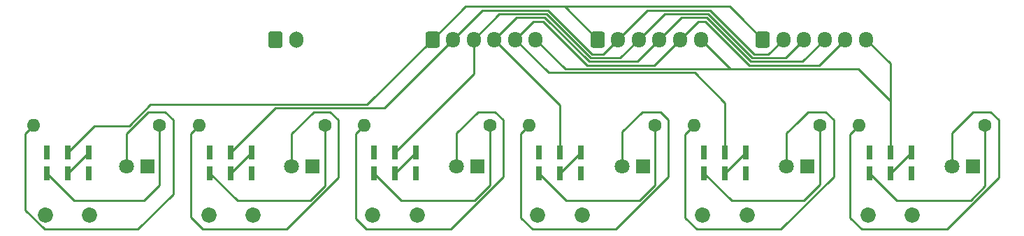
<source format=gbr>
%TF.GenerationSoftware,KiCad,Pcbnew,7.0.8*%
%TF.CreationDate,2024-02-13T18:25:50+01:00*%
%TF.ProjectId,BlankingRelay_Top2,426c616e-6b69-46e6-9752-656c61795f54,rev?*%
%TF.SameCoordinates,Original*%
%TF.FileFunction,Copper,L1,Top*%
%TF.FilePolarity,Positive*%
%FSLAX46Y46*%
G04 Gerber Fmt 4.6, Leading zero omitted, Abs format (unit mm)*
G04 Created by KiCad (PCBNEW 7.0.8) date 2024-02-13 18:25:50*
%MOMM*%
%LPD*%
G01*
G04 APERTURE LIST*
G04 Aperture macros list*
%AMRoundRect*
0 Rectangle with rounded corners*
0 $1 Rounding radius*
0 $2 $3 $4 $5 $6 $7 $8 $9 X,Y pos of 4 corners*
0 Add a 4 corners polygon primitive as box body*
4,1,4,$2,$3,$4,$5,$6,$7,$8,$9,$2,$3,0*
0 Add four circle primitives for the rounded corners*
1,1,$1+$1,$2,$3*
1,1,$1+$1,$4,$5*
1,1,$1+$1,$6,$7*
1,1,$1+$1,$8,$9*
0 Add four rect primitives between the rounded corners*
20,1,$1+$1,$2,$3,$4,$5,0*
20,1,$1+$1,$4,$5,$6,$7,0*
20,1,$1+$1,$6,$7,$8,$9,0*
20,1,$1+$1,$8,$9,$2,$3,0*%
G04 Aperture macros list end*
%TA.AperFunction,ComponentPad*%
%ADD10RoundRect,0.250000X-0.600000X-0.725000X0.600000X-0.725000X0.600000X0.725000X-0.600000X0.725000X0*%
%TD*%
%TA.AperFunction,ComponentPad*%
%ADD11O,1.700000X1.950000*%
%TD*%
%TA.AperFunction,ComponentPad*%
%ADD12RoundRect,0.250000X-0.600000X-0.750000X0.600000X-0.750000X0.600000X0.750000X-0.600000X0.750000X0*%
%TD*%
%TA.AperFunction,ComponentPad*%
%ADD13O,1.700000X2.000000*%
%TD*%
%TA.AperFunction,ComponentPad*%
%ADD14C,1.850000*%
%TD*%
%TA.AperFunction,ComponentPad*%
%ADD15R,0.750000X1.750000*%
%TD*%
%TA.AperFunction,ComponentPad*%
%ADD16C,1.600000*%
%TD*%
%TA.AperFunction,ComponentPad*%
%ADD17O,1.600000X1.600000*%
%TD*%
%TA.AperFunction,ComponentPad*%
%ADD18R,1.800000X1.800000*%
%TD*%
%TA.AperFunction,ComponentPad*%
%ADD19C,1.800000*%
%TD*%
%TA.AperFunction,Conductor*%
%ADD20C,0.250000*%
%TD*%
G04 APERTURE END LIST*
D10*
%TO.P,J9,1,Pin_1*%
%TO.N,On_1*%
X120000000Y-54500000D03*
D11*
%TO.P,J9,2,Pin_2*%
%TO.N,On_2*%
X122500000Y-54500000D03*
%TO.P,J9,3,Pin_3*%
%TO.N,On_3*%
X125000000Y-54500000D03*
%TO.P,J9,4,Pin_4*%
%TO.N,On_4*%
X127500000Y-54500000D03*
%TO.P,J9,5,Pin_5*%
%TO.N,On_5*%
X130000000Y-54500000D03*
%TO.P,J9,6,Pin_6*%
%TO.N,On_6*%
X132500000Y-54500000D03*
%TD*%
D10*
%TO.P,J10,1,Pin_1*%
%TO.N,On_1*%
X140000000Y-54500000D03*
D11*
%TO.P,J10,2,Pin_2*%
%TO.N,On_2*%
X142500000Y-54500000D03*
%TO.P,J10,3,Pin_3*%
%TO.N,On_3*%
X145000000Y-54500000D03*
%TO.P,J10,4,Pin_4*%
%TO.N,On_4*%
X147500000Y-54500000D03*
%TO.P,J10,5,Pin_5*%
%TO.N,On_5*%
X150000000Y-54500000D03*
%TO.P,J10,6,Pin_6*%
%TO.N,On_6*%
X152500000Y-54500000D03*
%TD*%
D10*
%TO.P,J8,1,Pin_1*%
%TO.N,On_1*%
X100000000Y-54500000D03*
D11*
%TO.P,J8,2,Pin_2*%
%TO.N,On_2*%
X102500000Y-54500000D03*
%TO.P,J8,3,Pin_3*%
%TO.N,On_3*%
X105000000Y-54500000D03*
%TO.P,J8,4,Pin_4*%
%TO.N,On_4*%
X107500000Y-54500000D03*
%TO.P,J8,5,Pin_5*%
%TO.N,On_5*%
X110000000Y-54500000D03*
%TO.P,J8,6,Pin_6*%
%TO.N,On_6*%
X112500000Y-54500000D03*
%TD*%
D12*
%TO.P,J1,1,Pin_1*%
%TO.N,5V*%
X81000000Y-54500000D03*
D13*
%TO.P,J1,2,Pin_2*%
%TO.N,GNDREF*%
X83500000Y-54500000D03*
%TD*%
D14*
%TO.P,Switch6,*%
%TO.N,*%
X152750000Y-75850000D03*
X158150000Y-75850000D03*
D15*
%TO.P,Switch6,1,A*%
%TO.N,GNDREF*%
X152910000Y-68230000D03*
%TO.P,Switch6,2,B*%
%TO.N,On_6*%
X155450000Y-68230000D03*
%TO.P,Switch6,3,C*%
%TO.N,5V*%
X157990000Y-68230000D03*
%TO.P,Switch6,4,A*%
%TO.N,Net-(R6-Pad1)*%
X152910000Y-70770000D03*
%TO.P,Switch6,5,B*%
%TO.N,5V*%
X155450000Y-70770000D03*
%TO.P,Switch6,6,C*%
%TO.N,unconnected-(Switch6-C-Pad6)*%
X157990000Y-70770000D03*
%TD*%
D16*
%TO.P,R3,1*%
%TO.N,Net-(R3-Pad1)*%
X106950000Y-64950000D03*
D17*
%TO.P,R3,2*%
%TO.N,Net-(D3-A)*%
X91710000Y-64950000D03*
%TD*%
D18*
%TO.P,D2,1,K*%
%TO.N,GNDREF*%
X85450000Y-69950000D03*
D19*
%TO.P,D2,2,A*%
%TO.N,Net-(D2-A)*%
X82910000Y-69950000D03*
%TD*%
D16*
%TO.P,R2,1*%
%TO.N,Net-(R2-Pad1)*%
X86950000Y-64950000D03*
D17*
%TO.P,R2,2*%
%TO.N,Net-(D2-A)*%
X71710000Y-64950000D03*
%TD*%
D14*
%TO.P,Switch1,*%
%TO.N,*%
X53100000Y-75850000D03*
X58500000Y-75850000D03*
D15*
%TO.P,Switch1,1,A*%
%TO.N,GNDREF*%
X53260000Y-68230000D03*
%TO.P,Switch1,2,B*%
%TO.N,On_1*%
X55800000Y-68230000D03*
%TO.P,Switch1,3,C*%
%TO.N,5V*%
X58340000Y-68230000D03*
%TO.P,Switch1,4,A*%
%TO.N,Net-(R1-Pad1)*%
X53260000Y-70770000D03*
%TO.P,Switch1,5,B*%
%TO.N,5V*%
X55800000Y-70770000D03*
%TO.P,Switch1,6,C*%
%TO.N,unconnected-(Switch1-C-Pad6)*%
X58340000Y-70770000D03*
%TD*%
D16*
%TO.P,R4,1*%
%TO.N,Net-(R4-Pad1)*%
X126950000Y-64950000D03*
D17*
%TO.P,R4,2*%
%TO.N,Net-(D4-A)*%
X111710000Y-64950000D03*
%TD*%
D18*
%TO.P,D1,1,K*%
%TO.N,GNDREF*%
X65450000Y-69950000D03*
D19*
%TO.P,D1,2,A*%
%TO.N,Net-(D1-A)*%
X62910000Y-69950000D03*
%TD*%
D18*
%TO.P,D3,1,K*%
%TO.N,GNDREF*%
X105450000Y-69950000D03*
D19*
%TO.P,D3,2,A*%
%TO.N,Net-(D3-A)*%
X102910000Y-69950000D03*
%TD*%
D18*
%TO.P,D6,1,K*%
%TO.N,GNDREF*%
X165450000Y-69950000D03*
D19*
%TO.P,D6,2,A*%
%TO.N,Net-(D6-A)*%
X162910000Y-69950000D03*
%TD*%
D14*
%TO.P,Switch4,*%
%TO.N,*%
X112750000Y-75850000D03*
X118150000Y-75850000D03*
D15*
%TO.P,Switch4,1,A*%
%TO.N,GNDREF*%
X112910000Y-68230000D03*
%TO.P,Switch4,2,B*%
%TO.N,On_4*%
X115450000Y-68230000D03*
%TO.P,Switch4,3,C*%
%TO.N,5V*%
X117990000Y-68230000D03*
%TO.P,Switch4,4,A*%
%TO.N,Net-(R4-Pad1)*%
X112910000Y-70770000D03*
%TO.P,Switch4,5,B*%
%TO.N,5V*%
X115450000Y-70770000D03*
%TO.P,Switch4,6,C*%
%TO.N,unconnected-(Switch4-C-Pad6)*%
X117990000Y-70770000D03*
%TD*%
D16*
%TO.P,R6,1*%
%TO.N,Net-(R6-Pad1)*%
X166950000Y-64950000D03*
D17*
%TO.P,R6,2*%
%TO.N,Net-(D6-A)*%
X151710000Y-64950000D03*
%TD*%
D18*
%TO.P,D4,1,K*%
%TO.N,GNDREF*%
X125500000Y-69950000D03*
D19*
%TO.P,D4,2,A*%
%TO.N,Net-(D4-A)*%
X122960000Y-69950000D03*
%TD*%
D14*
%TO.P,Switch5,*%
%TO.N,*%
X132750000Y-75850000D03*
X138150000Y-75850000D03*
D15*
%TO.P,Switch5,1,A*%
%TO.N,GNDREF*%
X132910000Y-68230000D03*
%TO.P,Switch5,2,B*%
%TO.N,On_5*%
X135450000Y-68230000D03*
%TO.P,Switch5,3,C*%
%TO.N,5V*%
X137990000Y-68230000D03*
%TO.P,Switch5,4,A*%
%TO.N,Net-(R5-Pad1)*%
X132910000Y-70770000D03*
%TO.P,Switch5,5,B*%
%TO.N,5V*%
X135450000Y-70770000D03*
%TO.P,Switch5,6,C*%
%TO.N,unconnected-(Switch5-C-Pad6)*%
X137990000Y-70770000D03*
%TD*%
D14*
%TO.P,Switch2,*%
%TO.N,*%
X72900000Y-75850000D03*
X78300000Y-75850000D03*
D15*
%TO.P,Switch2,1,A*%
%TO.N,GNDREF*%
X73060000Y-68230000D03*
%TO.P,Switch2,2,B*%
%TO.N,On_2*%
X75600000Y-68230000D03*
%TO.P,Switch2,3,C*%
%TO.N,5V*%
X78140000Y-68230000D03*
%TO.P,Switch2,4,A*%
%TO.N,Net-(R2-Pad1)*%
X73060000Y-70770000D03*
%TO.P,Switch2,5,B*%
%TO.N,5V*%
X75600000Y-70770000D03*
%TO.P,Switch2,6,C*%
%TO.N,unconnected-(Switch2-C-Pad6)*%
X78140000Y-70770000D03*
%TD*%
D16*
%TO.P,R5,1*%
%TO.N,Net-(R5-Pad1)*%
X146950000Y-64950000D03*
D17*
%TO.P,R5,2*%
%TO.N,Net-(D5-A)*%
X131710000Y-64950000D03*
%TD*%
D16*
%TO.P,R1,1*%
%TO.N,Net-(R1-Pad1)*%
X66950000Y-64950000D03*
D17*
%TO.P,R1,2*%
%TO.N,Net-(D1-A)*%
X51710000Y-64950000D03*
%TD*%
D14*
%TO.P,Switch3,*%
%TO.N,*%
X92750000Y-75850000D03*
X98150000Y-75850000D03*
D15*
%TO.P,Switch3,1,A*%
%TO.N,GNDREF*%
X92910000Y-68230000D03*
%TO.P,Switch3,2,B*%
%TO.N,On_3*%
X95450000Y-68230000D03*
%TO.P,Switch3,3,C*%
%TO.N,5V*%
X97990000Y-68230000D03*
%TO.P,Switch3,4,A*%
%TO.N,Net-(R3-Pad1)*%
X92910000Y-70770000D03*
%TO.P,Switch3,5,B*%
%TO.N,5V*%
X95450000Y-70770000D03*
%TO.P,Switch3,6,C*%
%TO.N,unconnected-(Switch3-C-Pad6)*%
X97990000Y-70770000D03*
%TD*%
D18*
%TO.P,D5,1,K*%
%TO.N,GNDREF*%
X145450000Y-69950000D03*
D19*
%TO.P,D5,2,A*%
%TO.N,Net-(D5-A)*%
X142910000Y-69950000D03*
%TD*%
D20*
%TO.N,On_2*%
X94150000Y-62850000D02*
X102500000Y-54500000D01*
X80980000Y-62850000D02*
X94150000Y-62850000D01*
X75600000Y-68230000D02*
X80980000Y-62850000D01*
%TO.N,On_1*%
X115125000Y-50500000D02*
X133150000Y-50500000D01*
X133150000Y-50500000D02*
X133375000Y-50500000D01*
X132300000Y-50500000D02*
X133150000Y-50500000D01*
X115125000Y-50500000D02*
X113250000Y-50500000D01*
X116000000Y-50500000D02*
X115125000Y-50500000D01*
X120000000Y-54500000D02*
X116000000Y-50500000D01*
X110325000Y-50500000D02*
X113250000Y-50500000D01*
%TO.N,On_2*%
X126050000Y-50950000D02*
X129075000Y-50950000D01*
X122500000Y-54500000D02*
X126050000Y-50950000D01*
X129075000Y-50950000D02*
X127200000Y-50950000D01*
X133600000Y-50950000D02*
X129075000Y-50950000D01*
X120700000Y-56300000D02*
X122500000Y-54500000D01*
X119334188Y-56300000D02*
X120700000Y-56300000D01*
X113984188Y-50950000D02*
X119334188Y-56300000D01*
X112300000Y-50950000D02*
X113984188Y-50950000D01*
X106050000Y-50950000D02*
X112300000Y-50950000D01*
%TO.N,On_3*%
X125000000Y-54500000D02*
X128100000Y-51400000D01*
X128100000Y-51400000D02*
X129950000Y-51400000D01*
X133413604Y-51400000D02*
X129950000Y-51400000D01*
X122750000Y-56750000D02*
X125000000Y-54500000D01*
X113797792Y-51400000D02*
X119147792Y-56750000D01*
X112900000Y-51400000D02*
X113797792Y-51400000D01*
X119147792Y-56750000D02*
X122750000Y-56750000D01*
X108100000Y-51400000D02*
X112900000Y-51400000D01*
%TO.N,On_4*%
X138577208Y-57200000D02*
X140075000Y-57200000D01*
X130150000Y-51850000D02*
X133227208Y-51850000D01*
X133227208Y-51850000D02*
X138577208Y-57200000D01*
X127500000Y-54500000D02*
X130150000Y-51850000D01*
X124800000Y-57200000D02*
X127500000Y-54500000D01*
X118961396Y-57200000D02*
X124800000Y-57200000D01*
X113611396Y-51850000D02*
X118961396Y-57200000D01*
X112975000Y-51850000D02*
X113611396Y-51850000D01*
X110150000Y-51850000D02*
X112975000Y-51850000D01*
%TO.N,On_5*%
X132200000Y-52300000D02*
X133040812Y-52300000D01*
X130000000Y-54500000D02*
X132200000Y-52300000D01*
X118775000Y-57650000D02*
X113425000Y-52300000D01*
X126850000Y-57650000D02*
X118775000Y-57650000D01*
X112200000Y-52300000D02*
X113425000Y-52300000D01*
%TO.N,On_1*%
X92100000Y-62400000D02*
X100000000Y-54500000D01*
X65863604Y-62400000D02*
X92100000Y-62400000D01*
X63263604Y-65000000D02*
X65863604Y-62400000D01*
X60700000Y-65000000D02*
X63263604Y-65000000D01*
%TO.N,On_3*%
X105000000Y-58680000D02*
X95450000Y-68230000D01*
X105000000Y-54500000D02*
X105000000Y-58680000D01*
%TO.N,On_5*%
X135450000Y-62200000D02*
X135450000Y-68230000D01*
X131800000Y-58550000D02*
X135450000Y-62200000D01*
X114050000Y-58550000D02*
X131800000Y-58550000D01*
X110000000Y-54500000D02*
X114050000Y-58550000D01*
%TO.N,On_4*%
X107500000Y-54500000D02*
X115450000Y-62450000D01*
X115450000Y-68230000D02*
X115450000Y-63075000D01*
X115450000Y-62450000D02*
X115450000Y-63075000D01*
%TO.N,On_6*%
X129200000Y-58100000D02*
X128700000Y-58100000D01*
X112500000Y-54500000D02*
X116100000Y-58100000D01*
X116100000Y-58100000D02*
X129200000Y-58100000D01*
X138575000Y-58100000D02*
X129200000Y-58100000D01*
%TO.N,On_5*%
X138375000Y-57650000D02*
X146850000Y-57650000D01*
X136100000Y-55375000D02*
X138375000Y-57650000D01*
X136100000Y-55359188D02*
X136100000Y-55375000D01*
X146850000Y-57650000D02*
X150000000Y-54500000D01*
X110000000Y-54500000D02*
X112200000Y-52300000D01*
X133040812Y-52300000D02*
X136100000Y-55359188D01*
%TO.N,On_4*%
X107500000Y-54500000D02*
X110150000Y-51850000D01*
%TO.N,On_3*%
X105000000Y-54500000D02*
X108100000Y-51400000D01*
%TO.N,On_2*%
X102500000Y-54500000D02*
X106050000Y-50950000D01*
%TO.N,On_1*%
X104000000Y-50500000D02*
X110325000Y-50500000D01*
X100000000Y-54500000D02*
X104000000Y-50500000D01*
X109900000Y-50500000D02*
X110325000Y-50500000D01*
%TO.N,On_5*%
X126850000Y-57650000D02*
X130000000Y-54500000D01*
%TO.N,On_6*%
X136100000Y-58100000D02*
X138575000Y-58100000D01*
X148300000Y-58100000D02*
X138575000Y-58100000D01*
X132500000Y-54500000D02*
X136100000Y-58100000D01*
%TO.N,On_3*%
X140250000Y-56750000D02*
X138763604Y-56750000D01*
X140250000Y-56750000D02*
X142750000Y-56750000D01*
X138763604Y-56750000D02*
X133413604Y-51400000D01*
%TO.N,On_2*%
X127200000Y-50950000D02*
X128650000Y-50950000D01*
X138950000Y-56300000D02*
X140700000Y-56300000D01*
X138950000Y-56300000D02*
X133600000Y-50950000D01*
%TO.N,On_1*%
X136000000Y-50500000D02*
X132300000Y-50500000D01*
X137350000Y-51850000D02*
X136000000Y-50500000D01*
X137350000Y-51850000D02*
X136650000Y-51150000D01*
X140000000Y-54500000D02*
X137350000Y-51850000D01*
X133375000Y-50500000D02*
X133475000Y-50500000D01*
X133475000Y-50500000D02*
X134300000Y-50500000D01*
%TO.N,On_2*%
X140700000Y-56300000D02*
X142500000Y-54500000D01*
%TO.N,On_3*%
X142750000Y-56750000D02*
X145000000Y-54500000D01*
%TO.N,On_4*%
X144800000Y-57200000D02*
X147500000Y-54500000D01*
X140075000Y-57200000D02*
X141300000Y-57200000D01*
X140075000Y-57200000D02*
X144800000Y-57200000D01*
%TO.N,On_6*%
X155450000Y-61950000D02*
X155450000Y-62550000D01*
X151600000Y-58100000D02*
X155450000Y-61950000D01*
X155450000Y-57450000D02*
X155450000Y-62550000D01*
X152500000Y-54500000D02*
X155450000Y-57450000D01*
X155450000Y-68230000D02*
X155450000Y-62550000D01*
%TO.N,5V*%
X155450000Y-70770000D02*
X157990000Y-68230000D01*
X135450000Y-70770000D02*
X137990000Y-68230000D01*
X115450000Y-70770000D02*
X117990000Y-68230000D01*
X95450000Y-70770000D02*
X97990000Y-68230000D01*
X75600000Y-70770000D02*
X78140000Y-68230000D01*
X55800000Y-70770000D02*
X58340000Y-68230000D01*
%TO.N,On_1*%
X59030000Y-65000000D02*
X59925000Y-65000000D01*
X55800000Y-68230000D02*
X59030000Y-65000000D01*
X59925000Y-65000000D02*
X60700000Y-65000000D01*
X60700000Y-65000000D02*
X61300000Y-65000000D01*
X109900000Y-50500000D02*
X111300000Y-50500000D01*
%TO.N,On_6*%
X150600000Y-58100000D02*
X148300000Y-58100000D01*
X128700000Y-58100000D02*
X128600000Y-58100000D01*
X148300000Y-58100000D02*
X151600000Y-58100000D01*
%TO.N,Net-(D1-A)*%
X65600000Y-63300000D02*
X62910000Y-65990000D01*
X50700000Y-75288478D02*
X53011522Y-77600000D01*
X64300000Y-77600000D02*
X68600000Y-73300000D01*
X68600000Y-64300000D02*
X67600000Y-63300000D01*
X51710000Y-64950000D02*
X50700000Y-65960000D01*
X68600000Y-73300000D02*
X68600000Y-64300000D01*
X50700000Y-65960000D02*
X50700000Y-75288478D01*
X62910000Y-65990000D02*
X62910000Y-69950000D01*
X53011522Y-77600000D02*
X64300000Y-77600000D01*
X67600000Y-63300000D02*
X65600000Y-63300000D01*
%TO.N,Net-(D2-A)*%
X82910000Y-69950000D02*
X82910000Y-68100000D01*
X70700000Y-76100000D02*
X72200000Y-77600000D01*
X82910000Y-67010000D02*
X82900000Y-67000000D01*
X70700000Y-65960000D02*
X70700000Y-76100000D01*
X82910000Y-65990000D02*
X82910000Y-68100000D01*
X82336396Y-77600000D02*
X88600000Y-71336396D01*
X88600000Y-64300000D02*
X87600000Y-63300000D01*
X82910000Y-68100000D02*
X82910000Y-67010000D01*
X87600000Y-63300000D02*
X85600000Y-63300000D01*
X88600000Y-71336396D02*
X88600000Y-64300000D01*
X71710000Y-64950000D02*
X70700000Y-65960000D01*
X72200000Y-77600000D02*
X82336396Y-77600000D01*
X85600000Y-63300000D02*
X82910000Y-65990000D01*
%TO.N,Net-(D3-A)*%
X90700000Y-65960000D02*
X90700000Y-76300000D01*
X91710000Y-64950000D02*
X90700000Y-65960000D01*
X107600000Y-63300000D02*
X105500000Y-63300000D01*
X105500000Y-63300000D02*
X102900000Y-65900000D01*
X102900000Y-67500000D02*
X102910000Y-67510000D01*
X102910000Y-67510000D02*
X102910000Y-69950000D01*
X108600000Y-71236396D02*
X108600000Y-64300000D01*
X102236396Y-77600000D02*
X108600000Y-71236396D01*
X90700000Y-76300000D02*
X92000000Y-77600000D01*
X108600000Y-64300000D02*
X107600000Y-63300000D01*
X102900000Y-65900000D02*
X102900000Y-67500000D01*
X92000000Y-77600000D02*
X102236396Y-77600000D01*
%TO.N,Net-(D4-A)*%
X125400000Y-63300000D02*
X127600000Y-63300000D01*
X127600000Y-63300000D02*
X128600000Y-64300000D01*
X122960000Y-65740000D02*
X125400000Y-63300000D01*
X112100000Y-77600000D02*
X110700000Y-76200000D01*
X122236396Y-77600000D02*
X112100000Y-77600000D01*
X128600000Y-64300000D02*
X128600000Y-71236396D01*
X122960000Y-69950000D02*
X122960000Y-65740000D01*
X110700000Y-76200000D02*
X110700000Y-65960000D01*
X110700000Y-65960000D02*
X111710000Y-64950000D01*
X128600000Y-71236396D02*
X122236396Y-77600000D01*
%TO.N,Net-(D5-A)*%
X148600000Y-71200000D02*
X148600000Y-64300000D01*
X144550000Y-64250000D02*
X144100000Y-64700000D01*
X130600000Y-76200000D02*
X132000000Y-77600000D01*
X142910000Y-65890000D02*
X142910000Y-67300000D01*
X145500000Y-63300000D02*
X144550000Y-64250000D01*
X142200000Y-77600000D02*
X148600000Y-71200000D01*
X131710000Y-64950000D02*
X130600000Y-66060000D01*
X148600000Y-64300000D02*
X147600000Y-63300000D01*
X144550000Y-64250000D02*
X142910000Y-65890000D01*
X130600000Y-66060000D02*
X130600000Y-76200000D01*
X142910000Y-66110000D02*
X142910000Y-67300000D01*
X142910000Y-67300000D02*
X142910000Y-69950000D01*
X132000000Y-77600000D02*
X142200000Y-77600000D01*
X147600000Y-63300000D02*
X145500000Y-63300000D01*
%TO.N,Net-(D6-A)*%
X167600000Y-63300000D02*
X165500000Y-63300000D01*
X162336396Y-77600000D02*
X168600000Y-71336396D01*
X162910000Y-65890000D02*
X162910000Y-69950000D01*
X168600000Y-71336396D02*
X168600000Y-64300000D01*
X151710000Y-64950000D02*
X150600000Y-66060000D01*
X168600000Y-64300000D02*
X167600000Y-63300000D01*
X150600000Y-66060000D02*
X150600000Y-76200000D01*
X152000000Y-77600000D02*
X162336396Y-77600000D01*
X150600000Y-76200000D02*
X152000000Y-77600000D01*
X165500000Y-63300000D02*
X162910000Y-65890000D01*
%TO.N,Net-(R1-Pad1)*%
X66950000Y-72250000D02*
X66950000Y-64950000D01*
X65100000Y-74100000D02*
X66950000Y-72250000D01*
X53260000Y-70770000D02*
X56590000Y-74100000D01*
X56590000Y-74100000D02*
X65100000Y-74100000D01*
%TO.N,Net-(R2-Pad1)*%
X73060000Y-70770000D02*
X76390000Y-74100000D01*
X85200000Y-74100000D02*
X86950000Y-72350000D01*
X86950000Y-72350000D02*
X86950000Y-64950000D01*
X76390000Y-74100000D02*
X85200000Y-74100000D01*
%TO.N,Net-(R3-Pad1)*%
X106950000Y-72250000D02*
X106950000Y-64950000D01*
X96240000Y-74100000D02*
X105100000Y-74100000D01*
X92910000Y-70770000D02*
X96240000Y-74100000D01*
X105100000Y-74100000D02*
X106950000Y-72250000D01*
%TO.N,Net-(R4-Pad1)*%
X126950000Y-72250000D02*
X126950000Y-64950000D01*
X125100000Y-74100000D02*
X126950000Y-72250000D01*
X112910000Y-70770000D02*
X116240000Y-74100000D01*
X116240000Y-74100000D02*
X125100000Y-74100000D01*
%TO.N,Net-(R5-Pad1)*%
X145000000Y-74100000D02*
X136240000Y-74100000D01*
X136240000Y-74100000D02*
X132910000Y-70770000D01*
X146950000Y-72150000D02*
X145000000Y-74100000D01*
X146950000Y-64950000D02*
X146950000Y-72150000D01*
%TO.N,Net-(R6-Pad1)*%
X156240000Y-74100000D02*
X152910000Y-70770000D01*
X166950000Y-64950000D02*
X166950000Y-72350000D01*
X165200000Y-74100000D02*
X156240000Y-74100000D01*
X166950000Y-72350000D02*
X165200000Y-74100000D01*
%TD*%
M02*

</source>
